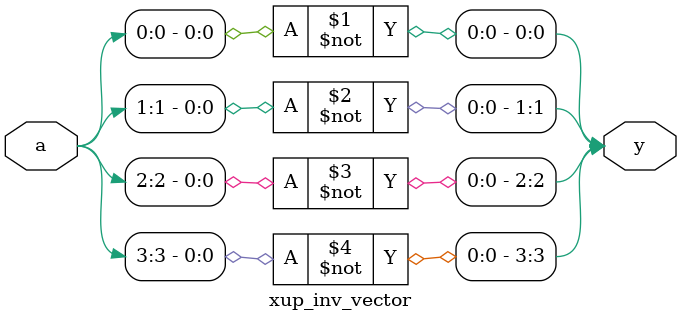
<source format=v>
`timescale 1ns / 1ps
module xup_inv_vector #(parameter SIZE = 4 , DELAY = 3)(
    input wire [SIZE-1:0] a,
    output wire [SIZE-1:0] y
    );
    
   genvar i;
    generate
       for (i=0; i < SIZE; i=i+1) 
       begin: not_i
          not #DELAY(y[i], a[i]);
       end
    endgenerate
   
endmodule

</source>
